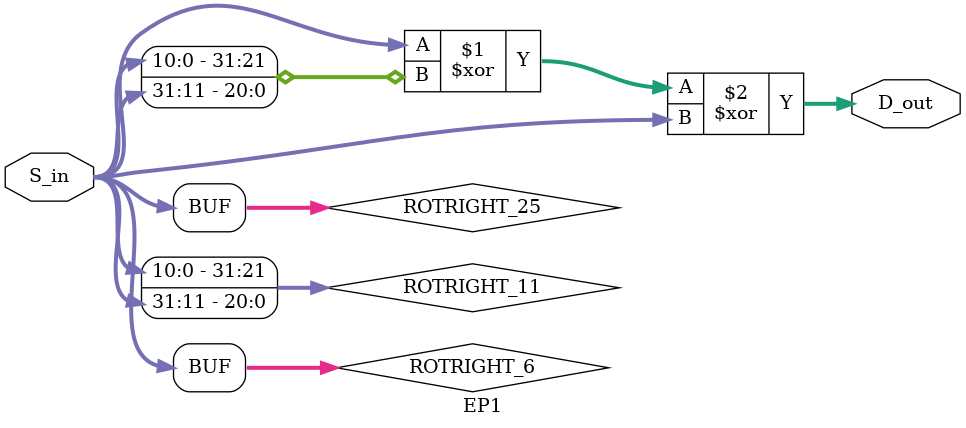
<source format=v>

module EP1(
	input wire [31:0] 	S_in,
	output wire [31:0] 	D_out
	);
	
	wire [31:0]			ROTRIGHT_6;
	wire [31:0]			ROTRIGHT_11;
	wire [31:0]			ROTRIGHT_25;
	
	assign ROTRIGHT_6	= {S_in[31:6],S_in[5:0]};
	
	assign ROTRIGHT_11	= {S_in[10:0],S_in[31:11]};
	
	assign ROTRIGHT_25	= {S_in[31:25],S_in[24:0]};
 	
	assign D_out = ROTRIGHT_6 ^ ROTRIGHT_11 ^ ROTRIGHT_25; 
	
endmodule

</source>
